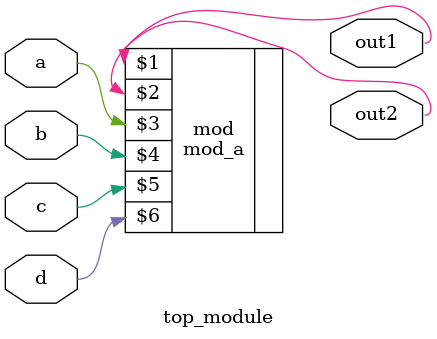
<source format=v>
module top_module ( 
    input a, 
    input b, 
    input c,
    input d,
    output out1,
    output out2
);
   mod_a mod(out1,out2,a,b,c,d);

endmodule

</source>
